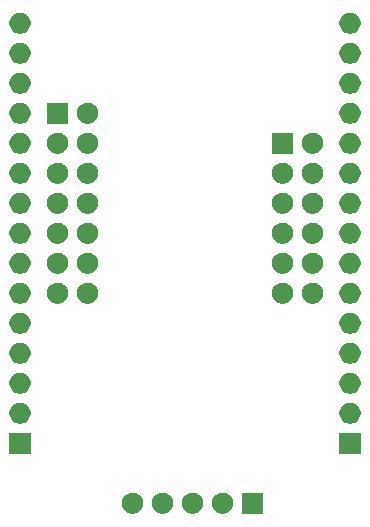
<source format=gts>
G04 #@! TF.GenerationSoftware,KiCad,Pcbnew,(5.1.5-0-10_14)*
G04 #@! TF.CreationDate,2020-01-09T22:03:08+09:00*
G04 #@! TF.ProjectId,Zigbee2MQTT,5a696762-6565-4324-9d51-54542e6b6963,rev?*
G04 #@! TF.SameCoordinates,Original*
G04 #@! TF.FileFunction,Soldermask,Top*
G04 #@! TF.FilePolarity,Negative*
%FSLAX46Y46*%
G04 Gerber Fmt 4.6, Leading zero omitted, Abs format (unit mm)*
G04 Created by KiCad (PCBNEW (5.1.5-0-10_14)) date 2020-01-09 22:03:08*
%MOMM*%
%LPD*%
G04 APERTURE LIST*
%ADD10C,0.100000*%
G04 APERTURE END LIST*
D10*
G36*
X146951000Y-115201000D02*
G01*
X145149000Y-115201000D01*
X145149000Y-113399000D01*
X146951000Y-113399000D01*
X146951000Y-115201000D01*
G37*
G36*
X143623512Y-113403927D02*
G01*
X143772812Y-113433624D01*
X143936784Y-113501544D01*
X144084354Y-113600147D01*
X144209853Y-113725646D01*
X144308456Y-113873216D01*
X144376376Y-114037188D01*
X144411000Y-114211259D01*
X144411000Y-114388741D01*
X144376376Y-114562812D01*
X144308456Y-114726784D01*
X144209853Y-114874354D01*
X144084354Y-114999853D01*
X143936784Y-115098456D01*
X143772812Y-115166376D01*
X143623512Y-115196073D01*
X143598742Y-115201000D01*
X143421258Y-115201000D01*
X143396488Y-115196073D01*
X143247188Y-115166376D01*
X143083216Y-115098456D01*
X142935646Y-114999853D01*
X142810147Y-114874354D01*
X142711544Y-114726784D01*
X142643624Y-114562812D01*
X142609000Y-114388741D01*
X142609000Y-114211259D01*
X142643624Y-114037188D01*
X142711544Y-113873216D01*
X142810147Y-113725646D01*
X142935646Y-113600147D01*
X143083216Y-113501544D01*
X143247188Y-113433624D01*
X143396488Y-113403927D01*
X143421258Y-113399000D01*
X143598742Y-113399000D01*
X143623512Y-113403927D01*
G37*
G36*
X141083512Y-113403927D02*
G01*
X141232812Y-113433624D01*
X141396784Y-113501544D01*
X141544354Y-113600147D01*
X141669853Y-113725646D01*
X141768456Y-113873216D01*
X141836376Y-114037188D01*
X141871000Y-114211259D01*
X141871000Y-114388741D01*
X141836376Y-114562812D01*
X141768456Y-114726784D01*
X141669853Y-114874354D01*
X141544354Y-114999853D01*
X141396784Y-115098456D01*
X141232812Y-115166376D01*
X141083512Y-115196073D01*
X141058742Y-115201000D01*
X140881258Y-115201000D01*
X140856488Y-115196073D01*
X140707188Y-115166376D01*
X140543216Y-115098456D01*
X140395646Y-114999853D01*
X140270147Y-114874354D01*
X140171544Y-114726784D01*
X140103624Y-114562812D01*
X140069000Y-114388741D01*
X140069000Y-114211259D01*
X140103624Y-114037188D01*
X140171544Y-113873216D01*
X140270147Y-113725646D01*
X140395646Y-113600147D01*
X140543216Y-113501544D01*
X140707188Y-113433624D01*
X140856488Y-113403927D01*
X140881258Y-113399000D01*
X141058742Y-113399000D01*
X141083512Y-113403927D01*
G37*
G36*
X138543512Y-113403927D02*
G01*
X138692812Y-113433624D01*
X138856784Y-113501544D01*
X139004354Y-113600147D01*
X139129853Y-113725646D01*
X139228456Y-113873216D01*
X139296376Y-114037188D01*
X139331000Y-114211259D01*
X139331000Y-114388741D01*
X139296376Y-114562812D01*
X139228456Y-114726784D01*
X139129853Y-114874354D01*
X139004354Y-114999853D01*
X138856784Y-115098456D01*
X138692812Y-115166376D01*
X138543512Y-115196073D01*
X138518742Y-115201000D01*
X138341258Y-115201000D01*
X138316488Y-115196073D01*
X138167188Y-115166376D01*
X138003216Y-115098456D01*
X137855646Y-114999853D01*
X137730147Y-114874354D01*
X137631544Y-114726784D01*
X137563624Y-114562812D01*
X137529000Y-114388741D01*
X137529000Y-114211259D01*
X137563624Y-114037188D01*
X137631544Y-113873216D01*
X137730147Y-113725646D01*
X137855646Y-113600147D01*
X138003216Y-113501544D01*
X138167188Y-113433624D01*
X138316488Y-113403927D01*
X138341258Y-113399000D01*
X138518742Y-113399000D01*
X138543512Y-113403927D01*
G37*
G36*
X136003512Y-113403927D02*
G01*
X136152812Y-113433624D01*
X136316784Y-113501544D01*
X136464354Y-113600147D01*
X136589853Y-113725646D01*
X136688456Y-113873216D01*
X136756376Y-114037188D01*
X136791000Y-114211259D01*
X136791000Y-114388741D01*
X136756376Y-114562812D01*
X136688456Y-114726784D01*
X136589853Y-114874354D01*
X136464354Y-114999853D01*
X136316784Y-115098456D01*
X136152812Y-115166376D01*
X136003512Y-115196073D01*
X135978742Y-115201000D01*
X135801258Y-115201000D01*
X135776488Y-115196073D01*
X135627188Y-115166376D01*
X135463216Y-115098456D01*
X135315646Y-114999853D01*
X135190147Y-114874354D01*
X135091544Y-114726784D01*
X135023624Y-114562812D01*
X134989000Y-114388741D01*
X134989000Y-114211259D01*
X135023624Y-114037188D01*
X135091544Y-113873216D01*
X135190147Y-113725646D01*
X135315646Y-113600147D01*
X135463216Y-113501544D01*
X135627188Y-113433624D01*
X135776488Y-113403927D01*
X135801258Y-113399000D01*
X135978742Y-113399000D01*
X136003512Y-113403927D01*
G37*
G36*
X127266000Y-110121000D02*
G01*
X125464000Y-110121000D01*
X125464000Y-108319000D01*
X127266000Y-108319000D01*
X127266000Y-110121000D01*
G37*
G36*
X155206000Y-110121000D02*
G01*
X153404000Y-110121000D01*
X153404000Y-108319000D01*
X155206000Y-108319000D01*
X155206000Y-110121000D01*
G37*
G36*
X126478512Y-105783927D02*
G01*
X126627812Y-105813624D01*
X126791784Y-105881544D01*
X126939354Y-105980147D01*
X127064853Y-106105646D01*
X127163456Y-106253216D01*
X127231376Y-106417188D01*
X127266000Y-106591259D01*
X127266000Y-106768741D01*
X127231376Y-106942812D01*
X127163456Y-107106784D01*
X127064853Y-107254354D01*
X126939354Y-107379853D01*
X126791784Y-107478456D01*
X126627812Y-107546376D01*
X126478512Y-107576073D01*
X126453742Y-107581000D01*
X126276258Y-107581000D01*
X126251488Y-107576073D01*
X126102188Y-107546376D01*
X125938216Y-107478456D01*
X125790646Y-107379853D01*
X125665147Y-107254354D01*
X125566544Y-107106784D01*
X125498624Y-106942812D01*
X125464000Y-106768741D01*
X125464000Y-106591259D01*
X125498624Y-106417188D01*
X125566544Y-106253216D01*
X125665147Y-106105646D01*
X125790646Y-105980147D01*
X125938216Y-105881544D01*
X126102188Y-105813624D01*
X126251488Y-105783927D01*
X126276258Y-105779000D01*
X126453742Y-105779000D01*
X126478512Y-105783927D01*
G37*
G36*
X154418512Y-105783927D02*
G01*
X154567812Y-105813624D01*
X154731784Y-105881544D01*
X154879354Y-105980147D01*
X155004853Y-106105646D01*
X155103456Y-106253216D01*
X155171376Y-106417188D01*
X155206000Y-106591259D01*
X155206000Y-106768741D01*
X155171376Y-106942812D01*
X155103456Y-107106784D01*
X155004853Y-107254354D01*
X154879354Y-107379853D01*
X154731784Y-107478456D01*
X154567812Y-107546376D01*
X154418512Y-107576073D01*
X154393742Y-107581000D01*
X154216258Y-107581000D01*
X154191488Y-107576073D01*
X154042188Y-107546376D01*
X153878216Y-107478456D01*
X153730646Y-107379853D01*
X153605147Y-107254354D01*
X153506544Y-107106784D01*
X153438624Y-106942812D01*
X153404000Y-106768741D01*
X153404000Y-106591259D01*
X153438624Y-106417188D01*
X153506544Y-106253216D01*
X153605147Y-106105646D01*
X153730646Y-105980147D01*
X153878216Y-105881544D01*
X154042188Y-105813624D01*
X154191488Y-105783927D01*
X154216258Y-105779000D01*
X154393742Y-105779000D01*
X154418512Y-105783927D01*
G37*
G36*
X126478512Y-103243927D02*
G01*
X126627812Y-103273624D01*
X126791784Y-103341544D01*
X126939354Y-103440147D01*
X127064853Y-103565646D01*
X127163456Y-103713216D01*
X127231376Y-103877188D01*
X127266000Y-104051259D01*
X127266000Y-104228741D01*
X127231376Y-104402812D01*
X127163456Y-104566784D01*
X127064853Y-104714354D01*
X126939354Y-104839853D01*
X126791784Y-104938456D01*
X126627812Y-105006376D01*
X126478512Y-105036073D01*
X126453742Y-105041000D01*
X126276258Y-105041000D01*
X126251488Y-105036073D01*
X126102188Y-105006376D01*
X125938216Y-104938456D01*
X125790646Y-104839853D01*
X125665147Y-104714354D01*
X125566544Y-104566784D01*
X125498624Y-104402812D01*
X125464000Y-104228741D01*
X125464000Y-104051259D01*
X125498624Y-103877188D01*
X125566544Y-103713216D01*
X125665147Y-103565646D01*
X125790646Y-103440147D01*
X125938216Y-103341544D01*
X126102188Y-103273624D01*
X126251488Y-103243927D01*
X126276258Y-103239000D01*
X126453742Y-103239000D01*
X126478512Y-103243927D01*
G37*
G36*
X154418512Y-103243927D02*
G01*
X154567812Y-103273624D01*
X154731784Y-103341544D01*
X154879354Y-103440147D01*
X155004853Y-103565646D01*
X155103456Y-103713216D01*
X155171376Y-103877188D01*
X155206000Y-104051259D01*
X155206000Y-104228741D01*
X155171376Y-104402812D01*
X155103456Y-104566784D01*
X155004853Y-104714354D01*
X154879354Y-104839853D01*
X154731784Y-104938456D01*
X154567812Y-105006376D01*
X154418512Y-105036073D01*
X154393742Y-105041000D01*
X154216258Y-105041000D01*
X154191488Y-105036073D01*
X154042188Y-105006376D01*
X153878216Y-104938456D01*
X153730646Y-104839853D01*
X153605147Y-104714354D01*
X153506544Y-104566784D01*
X153438624Y-104402812D01*
X153404000Y-104228741D01*
X153404000Y-104051259D01*
X153438624Y-103877188D01*
X153506544Y-103713216D01*
X153605147Y-103565646D01*
X153730646Y-103440147D01*
X153878216Y-103341544D01*
X154042188Y-103273624D01*
X154191488Y-103243927D01*
X154216258Y-103239000D01*
X154393742Y-103239000D01*
X154418512Y-103243927D01*
G37*
G36*
X154418512Y-100703927D02*
G01*
X154567812Y-100733624D01*
X154731784Y-100801544D01*
X154879354Y-100900147D01*
X155004853Y-101025646D01*
X155103456Y-101173216D01*
X155171376Y-101337188D01*
X155206000Y-101511259D01*
X155206000Y-101688741D01*
X155171376Y-101862812D01*
X155103456Y-102026784D01*
X155004853Y-102174354D01*
X154879354Y-102299853D01*
X154731784Y-102398456D01*
X154567812Y-102466376D01*
X154418512Y-102496073D01*
X154393742Y-102501000D01*
X154216258Y-102501000D01*
X154191488Y-102496073D01*
X154042188Y-102466376D01*
X153878216Y-102398456D01*
X153730646Y-102299853D01*
X153605147Y-102174354D01*
X153506544Y-102026784D01*
X153438624Y-101862812D01*
X153404000Y-101688741D01*
X153404000Y-101511259D01*
X153438624Y-101337188D01*
X153506544Y-101173216D01*
X153605147Y-101025646D01*
X153730646Y-100900147D01*
X153878216Y-100801544D01*
X154042188Y-100733624D01*
X154191488Y-100703927D01*
X154216258Y-100699000D01*
X154393742Y-100699000D01*
X154418512Y-100703927D01*
G37*
G36*
X126478512Y-100703927D02*
G01*
X126627812Y-100733624D01*
X126791784Y-100801544D01*
X126939354Y-100900147D01*
X127064853Y-101025646D01*
X127163456Y-101173216D01*
X127231376Y-101337188D01*
X127266000Y-101511259D01*
X127266000Y-101688741D01*
X127231376Y-101862812D01*
X127163456Y-102026784D01*
X127064853Y-102174354D01*
X126939354Y-102299853D01*
X126791784Y-102398456D01*
X126627812Y-102466376D01*
X126478512Y-102496073D01*
X126453742Y-102501000D01*
X126276258Y-102501000D01*
X126251488Y-102496073D01*
X126102188Y-102466376D01*
X125938216Y-102398456D01*
X125790646Y-102299853D01*
X125665147Y-102174354D01*
X125566544Y-102026784D01*
X125498624Y-101862812D01*
X125464000Y-101688741D01*
X125464000Y-101511259D01*
X125498624Y-101337188D01*
X125566544Y-101173216D01*
X125665147Y-101025646D01*
X125790646Y-100900147D01*
X125938216Y-100801544D01*
X126102188Y-100733624D01*
X126251488Y-100703927D01*
X126276258Y-100699000D01*
X126453742Y-100699000D01*
X126478512Y-100703927D01*
G37*
G36*
X154418512Y-98163927D02*
G01*
X154567812Y-98193624D01*
X154731784Y-98261544D01*
X154879354Y-98360147D01*
X155004853Y-98485646D01*
X155103456Y-98633216D01*
X155171376Y-98797188D01*
X155206000Y-98971259D01*
X155206000Y-99148741D01*
X155171376Y-99322812D01*
X155103456Y-99486784D01*
X155004853Y-99634354D01*
X154879354Y-99759853D01*
X154731784Y-99858456D01*
X154567812Y-99926376D01*
X154418512Y-99956073D01*
X154393742Y-99961000D01*
X154216258Y-99961000D01*
X154191488Y-99956073D01*
X154042188Y-99926376D01*
X153878216Y-99858456D01*
X153730646Y-99759853D01*
X153605147Y-99634354D01*
X153506544Y-99486784D01*
X153438624Y-99322812D01*
X153404000Y-99148741D01*
X153404000Y-98971259D01*
X153438624Y-98797188D01*
X153506544Y-98633216D01*
X153605147Y-98485646D01*
X153730646Y-98360147D01*
X153878216Y-98261544D01*
X154042188Y-98193624D01*
X154191488Y-98163927D01*
X154216258Y-98159000D01*
X154393742Y-98159000D01*
X154418512Y-98163927D01*
G37*
G36*
X126478512Y-98163927D02*
G01*
X126627812Y-98193624D01*
X126791784Y-98261544D01*
X126939354Y-98360147D01*
X127064853Y-98485646D01*
X127163456Y-98633216D01*
X127231376Y-98797188D01*
X127266000Y-98971259D01*
X127266000Y-99148741D01*
X127231376Y-99322812D01*
X127163456Y-99486784D01*
X127064853Y-99634354D01*
X126939354Y-99759853D01*
X126791784Y-99858456D01*
X126627812Y-99926376D01*
X126478512Y-99956073D01*
X126453742Y-99961000D01*
X126276258Y-99961000D01*
X126251488Y-99956073D01*
X126102188Y-99926376D01*
X125938216Y-99858456D01*
X125790646Y-99759853D01*
X125665147Y-99634354D01*
X125566544Y-99486784D01*
X125498624Y-99322812D01*
X125464000Y-99148741D01*
X125464000Y-98971259D01*
X125498624Y-98797188D01*
X125566544Y-98633216D01*
X125665147Y-98485646D01*
X125790646Y-98360147D01*
X125938216Y-98261544D01*
X126102188Y-98193624D01*
X126251488Y-98163927D01*
X126276258Y-98159000D01*
X126453742Y-98159000D01*
X126478512Y-98163927D01*
G37*
G36*
X151243512Y-95623927D02*
G01*
X151392812Y-95653624D01*
X151556784Y-95721544D01*
X151704354Y-95820147D01*
X151829853Y-95945646D01*
X151928456Y-96093216D01*
X151996376Y-96257188D01*
X152031000Y-96431259D01*
X152031000Y-96608741D01*
X151996376Y-96782812D01*
X151928456Y-96946784D01*
X151829853Y-97094354D01*
X151704354Y-97219853D01*
X151556784Y-97318456D01*
X151392812Y-97386376D01*
X151243512Y-97416073D01*
X151218742Y-97421000D01*
X151041258Y-97421000D01*
X151016488Y-97416073D01*
X150867188Y-97386376D01*
X150703216Y-97318456D01*
X150555646Y-97219853D01*
X150430147Y-97094354D01*
X150331544Y-96946784D01*
X150263624Y-96782812D01*
X150229000Y-96608741D01*
X150229000Y-96431259D01*
X150263624Y-96257188D01*
X150331544Y-96093216D01*
X150430147Y-95945646D01*
X150555646Y-95820147D01*
X150703216Y-95721544D01*
X150867188Y-95653624D01*
X151016488Y-95623927D01*
X151041258Y-95619000D01*
X151218742Y-95619000D01*
X151243512Y-95623927D01*
G37*
G36*
X154418512Y-95623927D02*
G01*
X154567812Y-95653624D01*
X154731784Y-95721544D01*
X154879354Y-95820147D01*
X155004853Y-95945646D01*
X155103456Y-96093216D01*
X155171376Y-96257188D01*
X155206000Y-96431259D01*
X155206000Y-96608741D01*
X155171376Y-96782812D01*
X155103456Y-96946784D01*
X155004853Y-97094354D01*
X154879354Y-97219853D01*
X154731784Y-97318456D01*
X154567812Y-97386376D01*
X154418512Y-97416073D01*
X154393742Y-97421000D01*
X154216258Y-97421000D01*
X154191488Y-97416073D01*
X154042188Y-97386376D01*
X153878216Y-97318456D01*
X153730646Y-97219853D01*
X153605147Y-97094354D01*
X153506544Y-96946784D01*
X153438624Y-96782812D01*
X153404000Y-96608741D01*
X153404000Y-96431259D01*
X153438624Y-96257188D01*
X153506544Y-96093216D01*
X153605147Y-95945646D01*
X153730646Y-95820147D01*
X153878216Y-95721544D01*
X154042188Y-95653624D01*
X154191488Y-95623927D01*
X154216258Y-95619000D01*
X154393742Y-95619000D01*
X154418512Y-95623927D01*
G37*
G36*
X148703512Y-95623927D02*
G01*
X148852812Y-95653624D01*
X149016784Y-95721544D01*
X149164354Y-95820147D01*
X149289853Y-95945646D01*
X149388456Y-96093216D01*
X149456376Y-96257188D01*
X149491000Y-96431259D01*
X149491000Y-96608741D01*
X149456376Y-96782812D01*
X149388456Y-96946784D01*
X149289853Y-97094354D01*
X149164354Y-97219853D01*
X149016784Y-97318456D01*
X148852812Y-97386376D01*
X148703512Y-97416073D01*
X148678742Y-97421000D01*
X148501258Y-97421000D01*
X148476488Y-97416073D01*
X148327188Y-97386376D01*
X148163216Y-97318456D01*
X148015646Y-97219853D01*
X147890147Y-97094354D01*
X147791544Y-96946784D01*
X147723624Y-96782812D01*
X147689000Y-96608741D01*
X147689000Y-96431259D01*
X147723624Y-96257188D01*
X147791544Y-96093216D01*
X147890147Y-95945646D01*
X148015646Y-95820147D01*
X148163216Y-95721544D01*
X148327188Y-95653624D01*
X148476488Y-95623927D01*
X148501258Y-95619000D01*
X148678742Y-95619000D01*
X148703512Y-95623927D01*
G37*
G36*
X132193512Y-95623927D02*
G01*
X132342812Y-95653624D01*
X132506784Y-95721544D01*
X132654354Y-95820147D01*
X132779853Y-95945646D01*
X132878456Y-96093216D01*
X132946376Y-96257188D01*
X132981000Y-96431259D01*
X132981000Y-96608741D01*
X132946376Y-96782812D01*
X132878456Y-96946784D01*
X132779853Y-97094354D01*
X132654354Y-97219853D01*
X132506784Y-97318456D01*
X132342812Y-97386376D01*
X132193512Y-97416073D01*
X132168742Y-97421000D01*
X131991258Y-97421000D01*
X131966488Y-97416073D01*
X131817188Y-97386376D01*
X131653216Y-97318456D01*
X131505646Y-97219853D01*
X131380147Y-97094354D01*
X131281544Y-96946784D01*
X131213624Y-96782812D01*
X131179000Y-96608741D01*
X131179000Y-96431259D01*
X131213624Y-96257188D01*
X131281544Y-96093216D01*
X131380147Y-95945646D01*
X131505646Y-95820147D01*
X131653216Y-95721544D01*
X131817188Y-95653624D01*
X131966488Y-95623927D01*
X131991258Y-95619000D01*
X132168742Y-95619000D01*
X132193512Y-95623927D01*
G37*
G36*
X126478512Y-95623927D02*
G01*
X126627812Y-95653624D01*
X126791784Y-95721544D01*
X126939354Y-95820147D01*
X127064853Y-95945646D01*
X127163456Y-96093216D01*
X127231376Y-96257188D01*
X127266000Y-96431259D01*
X127266000Y-96608741D01*
X127231376Y-96782812D01*
X127163456Y-96946784D01*
X127064853Y-97094354D01*
X126939354Y-97219853D01*
X126791784Y-97318456D01*
X126627812Y-97386376D01*
X126478512Y-97416073D01*
X126453742Y-97421000D01*
X126276258Y-97421000D01*
X126251488Y-97416073D01*
X126102188Y-97386376D01*
X125938216Y-97318456D01*
X125790646Y-97219853D01*
X125665147Y-97094354D01*
X125566544Y-96946784D01*
X125498624Y-96782812D01*
X125464000Y-96608741D01*
X125464000Y-96431259D01*
X125498624Y-96257188D01*
X125566544Y-96093216D01*
X125665147Y-95945646D01*
X125790646Y-95820147D01*
X125938216Y-95721544D01*
X126102188Y-95653624D01*
X126251488Y-95623927D01*
X126276258Y-95619000D01*
X126453742Y-95619000D01*
X126478512Y-95623927D01*
G37*
G36*
X129653512Y-95623927D02*
G01*
X129802812Y-95653624D01*
X129966784Y-95721544D01*
X130114354Y-95820147D01*
X130239853Y-95945646D01*
X130338456Y-96093216D01*
X130406376Y-96257188D01*
X130441000Y-96431259D01*
X130441000Y-96608741D01*
X130406376Y-96782812D01*
X130338456Y-96946784D01*
X130239853Y-97094354D01*
X130114354Y-97219853D01*
X129966784Y-97318456D01*
X129802812Y-97386376D01*
X129653512Y-97416073D01*
X129628742Y-97421000D01*
X129451258Y-97421000D01*
X129426488Y-97416073D01*
X129277188Y-97386376D01*
X129113216Y-97318456D01*
X128965646Y-97219853D01*
X128840147Y-97094354D01*
X128741544Y-96946784D01*
X128673624Y-96782812D01*
X128639000Y-96608741D01*
X128639000Y-96431259D01*
X128673624Y-96257188D01*
X128741544Y-96093216D01*
X128840147Y-95945646D01*
X128965646Y-95820147D01*
X129113216Y-95721544D01*
X129277188Y-95653624D01*
X129426488Y-95623927D01*
X129451258Y-95619000D01*
X129628742Y-95619000D01*
X129653512Y-95623927D01*
G37*
G36*
X126478512Y-93083927D02*
G01*
X126627812Y-93113624D01*
X126791784Y-93181544D01*
X126939354Y-93280147D01*
X127064853Y-93405646D01*
X127163456Y-93553216D01*
X127231376Y-93717188D01*
X127266000Y-93891259D01*
X127266000Y-94068741D01*
X127231376Y-94242812D01*
X127163456Y-94406784D01*
X127064853Y-94554354D01*
X126939354Y-94679853D01*
X126791784Y-94778456D01*
X126627812Y-94846376D01*
X126478512Y-94876073D01*
X126453742Y-94881000D01*
X126276258Y-94881000D01*
X126251488Y-94876073D01*
X126102188Y-94846376D01*
X125938216Y-94778456D01*
X125790646Y-94679853D01*
X125665147Y-94554354D01*
X125566544Y-94406784D01*
X125498624Y-94242812D01*
X125464000Y-94068741D01*
X125464000Y-93891259D01*
X125498624Y-93717188D01*
X125566544Y-93553216D01*
X125665147Y-93405646D01*
X125790646Y-93280147D01*
X125938216Y-93181544D01*
X126102188Y-93113624D01*
X126251488Y-93083927D01*
X126276258Y-93079000D01*
X126453742Y-93079000D01*
X126478512Y-93083927D01*
G37*
G36*
X129653512Y-93083927D02*
G01*
X129802812Y-93113624D01*
X129966784Y-93181544D01*
X130114354Y-93280147D01*
X130239853Y-93405646D01*
X130338456Y-93553216D01*
X130406376Y-93717188D01*
X130441000Y-93891259D01*
X130441000Y-94068741D01*
X130406376Y-94242812D01*
X130338456Y-94406784D01*
X130239853Y-94554354D01*
X130114354Y-94679853D01*
X129966784Y-94778456D01*
X129802812Y-94846376D01*
X129653512Y-94876073D01*
X129628742Y-94881000D01*
X129451258Y-94881000D01*
X129426488Y-94876073D01*
X129277188Y-94846376D01*
X129113216Y-94778456D01*
X128965646Y-94679853D01*
X128840147Y-94554354D01*
X128741544Y-94406784D01*
X128673624Y-94242812D01*
X128639000Y-94068741D01*
X128639000Y-93891259D01*
X128673624Y-93717188D01*
X128741544Y-93553216D01*
X128840147Y-93405646D01*
X128965646Y-93280147D01*
X129113216Y-93181544D01*
X129277188Y-93113624D01*
X129426488Y-93083927D01*
X129451258Y-93079000D01*
X129628742Y-93079000D01*
X129653512Y-93083927D01*
G37*
G36*
X132193512Y-93083927D02*
G01*
X132342812Y-93113624D01*
X132506784Y-93181544D01*
X132654354Y-93280147D01*
X132779853Y-93405646D01*
X132878456Y-93553216D01*
X132946376Y-93717188D01*
X132981000Y-93891259D01*
X132981000Y-94068741D01*
X132946376Y-94242812D01*
X132878456Y-94406784D01*
X132779853Y-94554354D01*
X132654354Y-94679853D01*
X132506784Y-94778456D01*
X132342812Y-94846376D01*
X132193512Y-94876073D01*
X132168742Y-94881000D01*
X131991258Y-94881000D01*
X131966488Y-94876073D01*
X131817188Y-94846376D01*
X131653216Y-94778456D01*
X131505646Y-94679853D01*
X131380147Y-94554354D01*
X131281544Y-94406784D01*
X131213624Y-94242812D01*
X131179000Y-94068741D01*
X131179000Y-93891259D01*
X131213624Y-93717188D01*
X131281544Y-93553216D01*
X131380147Y-93405646D01*
X131505646Y-93280147D01*
X131653216Y-93181544D01*
X131817188Y-93113624D01*
X131966488Y-93083927D01*
X131991258Y-93079000D01*
X132168742Y-93079000D01*
X132193512Y-93083927D01*
G37*
G36*
X154418512Y-93083927D02*
G01*
X154567812Y-93113624D01*
X154731784Y-93181544D01*
X154879354Y-93280147D01*
X155004853Y-93405646D01*
X155103456Y-93553216D01*
X155171376Y-93717188D01*
X155206000Y-93891259D01*
X155206000Y-94068741D01*
X155171376Y-94242812D01*
X155103456Y-94406784D01*
X155004853Y-94554354D01*
X154879354Y-94679853D01*
X154731784Y-94778456D01*
X154567812Y-94846376D01*
X154418512Y-94876073D01*
X154393742Y-94881000D01*
X154216258Y-94881000D01*
X154191488Y-94876073D01*
X154042188Y-94846376D01*
X153878216Y-94778456D01*
X153730646Y-94679853D01*
X153605147Y-94554354D01*
X153506544Y-94406784D01*
X153438624Y-94242812D01*
X153404000Y-94068741D01*
X153404000Y-93891259D01*
X153438624Y-93717188D01*
X153506544Y-93553216D01*
X153605147Y-93405646D01*
X153730646Y-93280147D01*
X153878216Y-93181544D01*
X154042188Y-93113624D01*
X154191488Y-93083927D01*
X154216258Y-93079000D01*
X154393742Y-93079000D01*
X154418512Y-93083927D01*
G37*
G36*
X151243512Y-93083927D02*
G01*
X151392812Y-93113624D01*
X151556784Y-93181544D01*
X151704354Y-93280147D01*
X151829853Y-93405646D01*
X151928456Y-93553216D01*
X151996376Y-93717188D01*
X152031000Y-93891259D01*
X152031000Y-94068741D01*
X151996376Y-94242812D01*
X151928456Y-94406784D01*
X151829853Y-94554354D01*
X151704354Y-94679853D01*
X151556784Y-94778456D01*
X151392812Y-94846376D01*
X151243512Y-94876073D01*
X151218742Y-94881000D01*
X151041258Y-94881000D01*
X151016488Y-94876073D01*
X150867188Y-94846376D01*
X150703216Y-94778456D01*
X150555646Y-94679853D01*
X150430147Y-94554354D01*
X150331544Y-94406784D01*
X150263624Y-94242812D01*
X150229000Y-94068741D01*
X150229000Y-93891259D01*
X150263624Y-93717188D01*
X150331544Y-93553216D01*
X150430147Y-93405646D01*
X150555646Y-93280147D01*
X150703216Y-93181544D01*
X150867188Y-93113624D01*
X151016488Y-93083927D01*
X151041258Y-93079000D01*
X151218742Y-93079000D01*
X151243512Y-93083927D01*
G37*
G36*
X148703512Y-93083927D02*
G01*
X148852812Y-93113624D01*
X149016784Y-93181544D01*
X149164354Y-93280147D01*
X149289853Y-93405646D01*
X149388456Y-93553216D01*
X149456376Y-93717188D01*
X149491000Y-93891259D01*
X149491000Y-94068741D01*
X149456376Y-94242812D01*
X149388456Y-94406784D01*
X149289853Y-94554354D01*
X149164354Y-94679853D01*
X149016784Y-94778456D01*
X148852812Y-94846376D01*
X148703512Y-94876073D01*
X148678742Y-94881000D01*
X148501258Y-94881000D01*
X148476488Y-94876073D01*
X148327188Y-94846376D01*
X148163216Y-94778456D01*
X148015646Y-94679853D01*
X147890147Y-94554354D01*
X147791544Y-94406784D01*
X147723624Y-94242812D01*
X147689000Y-94068741D01*
X147689000Y-93891259D01*
X147723624Y-93717188D01*
X147791544Y-93553216D01*
X147890147Y-93405646D01*
X148015646Y-93280147D01*
X148163216Y-93181544D01*
X148327188Y-93113624D01*
X148476488Y-93083927D01*
X148501258Y-93079000D01*
X148678742Y-93079000D01*
X148703512Y-93083927D01*
G37*
G36*
X148703512Y-90543927D02*
G01*
X148852812Y-90573624D01*
X149016784Y-90641544D01*
X149164354Y-90740147D01*
X149289853Y-90865646D01*
X149388456Y-91013216D01*
X149456376Y-91177188D01*
X149491000Y-91351259D01*
X149491000Y-91528741D01*
X149456376Y-91702812D01*
X149388456Y-91866784D01*
X149289853Y-92014354D01*
X149164354Y-92139853D01*
X149016784Y-92238456D01*
X148852812Y-92306376D01*
X148703512Y-92336073D01*
X148678742Y-92341000D01*
X148501258Y-92341000D01*
X148476488Y-92336073D01*
X148327188Y-92306376D01*
X148163216Y-92238456D01*
X148015646Y-92139853D01*
X147890147Y-92014354D01*
X147791544Y-91866784D01*
X147723624Y-91702812D01*
X147689000Y-91528741D01*
X147689000Y-91351259D01*
X147723624Y-91177188D01*
X147791544Y-91013216D01*
X147890147Y-90865646D01*
X148015646Y-90740147D01*
X148163216Y-90641544D01*
X148327188Y-90573624D01*
X148476488Y-90543927D01*
X148501258Y-90539000D01*
X148678742Y-90539000D01*
X148703512Y-90543927D01*
G37*
G36*
X129653512Y-90543927D02*
G01*
X129802812Y-90573624D01*
X129966784Y-90641544D01*
X130114354Y-90740147D01*
X130239853Y-90865646D01*
X130338456Y-91013216D01*
X130406376Y-91177188D01*
X130441000Y-91351259D01*
X130441000Y-91528741D01*
X130406376Y-91702812D01*
X130338456Y-91866784D01*
X130239853Y-92014354D01*
X130114354Y-92139853D01*
X129966784Y-92238456D01*
X129802812Y-92306376D01*
X129653512Y-92336073D01*
X129628742Y-92341000D01*
X129451258Y-92341000D01*
X129426488Y-92336073D01*
X129277188Y-92306376D01*
X129113216Y-92238456D01*
X128965646Y-92139853D01*
X128840147Y-92014354D01*
X128741544Y-91866784D01*
X128673624Y-91702812D01*
X128639000Y-91528741D01*
X128639000Y-91351259D01*
X128673624Y-91177188D01*
X128741544Y-91013216D01*
X128840147Y-90865646D01*
X128965646Y-90740147D01*
X129113216Y-90641544D01*
X129277188Y-90573624D01*
X129426488Y-90543927D01*
X129451258Y-90539000D01*
X129628742Y-90539000D01*
X129653512Y-90543927D01*
G37*
G36*
X126478512Y-90543927D02*
G01*
X126627812Y-90573624D01*
X126791784Y-90641544D01*
X126939354Y-90740147D01*
X127064853Y-90865646D01*
X127163456Y-91013216D01*
X127231376Y-91177188D01*
X127266000Y-91351259D01*
X127266000Y-91528741D01*
X127231376Y-91702812D01*
X127163456Y-91866784D01*
X127064853Y-92014354D01*
X126939354Y-92139853D01*
X126791784Y-92238456D01*
X126627812Y-92306376D01*
X126478512Y-92336073D01*
X126453742Y-92341000D01*
X126276258Y-92341000D01*
X126251488Y-92336073D01*
X126102188Y-92306376D01*
X125938216Y-92238456D01*
X125790646Y-92139853D01*
X125665147Y-92014354D01*
X125566544Y-91866784D01*
X125498624Y-91702812D01*
X125464000Y-91528741D01*
X125464000Y-91351259D01*
X125498624Y-91177188D01*
X125566544Y-91013216D01*
X125665147Y-90865646D01*
X125790646Y-90740147D01*
X125938216Y-90641544D01*
X126102188Y-90573624D01*
X126251488Y-90543927D01*
X126276258Y-90539000D01*
X126453742Y-90539000D01*
X126478512Y-90543927D01*
G37*
G36*
X151243512Y-90543927D02*
G01*
X151392812Y-90573624D01*
X151556784Y-90641544D01*
X151704354Y-90740147D01*
X151829853Y-90865646D01*
X151928456Y-91013216D01*
X151996376Y-91177188D01*
X152031000Y-91351259D01*
X152031000Y-91528741D01*
X151996376Y-91702812D01*
X151928456Y-91866784D01*
X151829853Y-92014354D01*
X151704354Y-92139853D01*
X151556784Y-92238456D01*
X151392812Y-92306376D01*
X151243512Y-92336073D01*
X151218742Y-92341000D01*
X151041258Y-92341000D01*
X151016488Y-92336073D01*
X150867188Y-92306376D01*
X150703216Y-92238456D01*
X150555646Y-92139853D01*
X150430147Y-92014354D01*
X150331544Y-91866784D01*
X150263624Y-91702812D01*
X150229000Y-91528741D01*
X150229000Y-91351259D01*
X150263624Y-91177188D01*
X150331544Y-91013216D01*
X150430147Y-90865646D01*
X150555646Y-90740147D01*
X150703216Y-90641544D01*
X150867188Y-90573624D01*
X151016488Y-90543927D01*
X151041258Y-90539000D01*
X151218742Y-90539000D01*
X151243512Y-90543927D01*
G37*
G36*
X132193512Y-90543927D02*
G01*
X132342812Y-90573624D01*
X132506784Y-90641544D01*
X132654354Y-90740147D01*
X132779853Y-90865646D01*
X132878456Y-91013216D01*
X132946376Y-91177188D01*
X132981000Y-91351259D01*
X132981000Y-91528741D01*
X132946376Y-91702812D01*
X132878456Y-91866784D01*
X132779853Y-92014354D01*
X132654354Y-92139853D01*
X132506784Y-92238456D01*
X132342812Y-92306376D01*
X132193512Y-92336073D01*
X132168742Y-92341000D01*
X131991258Y-92341000D01*
X131966488Y-92336073D01*
X131817188Y-92306376D01*
X131653216Y-92238456D01*
X131505646Y-92139853D01*
X131380147Y-92014354D01*
X131281544Y-91866784D01*
X131213624Y-91702812D01*
X131179000Y-91528741D01*
X131179000Y-91351259D01*
X131213624Y-91177188D01*
X131281544Y-91013216D01*
X131380147Y-90865646D01*
X131505646Y-90740147D01*
X131653216Y-90641544D01*
X131817188Y-90573624D01*
X131966488Y-90543927D01*
X131991258Y-90539000D01*
X132168742Y-90539000D01*
X132193512Y-90543927D01*
G37*
G36*
X154418512Y-90543927D02*
G01*
X154567812Y-90573624D01*
X154731784Y-90641544D01*
X154879354Y-90740147D01*
X155004853Y-90865646D01*
X155103456Y-91013216D01*
X155171376Y-91177188D01*
X155206000Y-91351259D01*
X155206000Y-91528741D01*
X155171376Y-91702812D01*
X155103456Y-91866784D01*
X155004853Y-92014354D01*
X154879354Y-92139853D01*
X154731784Y-92238456D01*
X154567812Y-92306376D01*
X154418512Y-92336073D01*
X154393742Y-92341000D01*
X154216258Y-92341000D01*
X154191488Y-92336073D01*
X154042188Y-92306376D01*
X153878216Y-92238456D01*
X153730646Y-92139853D01*
X153605147Y-92014354D01*
X153506544Y-91866784D01*
X153438624Y-91702812D01*
X153404000Y-91528741D01*
X153404000Y-91351259D01*
X153438624Y-91177188D01*
X153506544Y-91013216D01*
X153605147Y-90865646D01*
X153730646Y-90740147D01*
X153878216Y-90641544D01*
X154042188Y-90573624D01*
X154191488Y-90543927D01*
X154216258Y-90539000D01*
X154393742Y-90539000D01*
X154418512Y-90543927D01*
G37*
G36*
X129653512Y-88003927D02*
G01*
X129802812Y-88033624D01*
X129966784Y-88101544D01*
X130114354Y-88200147D01*
X130239853Y-88325646D01*
X130338456Y-88473216D01*
X130406376Y-88637188D01*
X130441000Y-88811259D01*
X130441000Y-88988741D01*
X130406376Y-89162812D01*
X130338456Y-89326784D01*
X130239853Y-89474354D01*
X130114354Y-89599853D01*
X129966784Y-89698456D01*
X129802812Y-89766376D01*
X129653512Y-89796073D01*
X129628742Y-89801000D01*
X129451258Y-89801000D01*
X129426488Y-89796073D01*
X129277188Y-89766376D01*
X129113216Y-89698456D01*
X128965646Y-89599853D01*
X128840147Y-89474354D01*
X128741544Y-89326784D01*
X128673624Y-89162812D01*
X128639000Y-88988741D01*
X128639000Y-88811259D01*
X128673624Y-88637188D01*
X128741544Y-88473216D01*
X128840147Y-88325646D01*
X128965646Y-88200147D01*
X129113216Y-88101544D01*
X129277188Y-88033624D01*
X129426488Y-88003927D01*
X129451258Y-87999000D01*
X129628742Y-87999000D01*
X129653512Y-88003927D01*
G37*
G36*
X154418512Y-88003927D02*
G01*
X154567812Y-88033624D01*
X154731784Y-88101544D01*
X154879354Y-88200147D01*
X155004853Y-88325646D01*
X155103456Y-88473216D01*
X155171376Y-88637188D01*
X155206000Y-88811259D01*
X155206000Y-88988741D01*
X155171376Y-89162812D01*
X155103456Y-89326784D01*
X155004853Y-89474354D01*
X154879354Y-89599853D01*
X154731784Y-89698456D01*
X154567812Y-89766376D01*
X154418512Y-89796073D01*
X154393742Y-89801000D01*
X154216258Y-89801000D01*
X154191488Y-89796073D01*
X154042188Y-89766376D01*
X153878216Y-89698456D01*
X153730646Y-89599853D01*
X153605147Y-89474354D01*
X153506544Y-89326784D01*
X153438624Y-89162812D01*
X153404000Y-88988741D01*
X153404000Y-88811259D01*
X153438624Y-88637188D01*
X153506544Y-88473216D01*
X153605147Y-88325646D01*
X153730646Y-88200147D01*
X153878216Y-88101544D01*
X154042188Y-88033624D01*
X154191488Y-88003927D01*
X154216258Y-87999000D01*
X154393742Y-87999000D01*
X154418512Y-88003927D01*
G37*
G36*
X151243512Y-88003927D02*
G01*
X151392812Y-88033624D01*
X151556784Y-88101544D01*
X151704354Y-88200147D01*
X151829853Y-88325646D01*
X151928456Y-88473216D01*
X151996376Y-88637188D01*
X152031000Y-88811259D01*
X152031000Y-88988741D01*
X151996376Y-89162812D01*
X151928456Y-89326784D01*
X151829853Y-89474354D01*
X151704354Y-89599853D01*
X151556784Y-89698456D01*
X151392812Y-89766376D01*
X151243512Y-89796073D01*
X151218742Y-89801000D01*
X151041258Y-89801000D01*
X151016488Y-89796073D01*
X150867188Y-89766376D01*
X150703216Y-89698456D01*
X150555646Y-89599853D01*
X150430147Y-89474354D01*
X150331544Y-89326784D01*
X150263624Y-89162812D01*
X150229000Y-88988741D01*
X150229000Y-88811259D01*
X150263624Y-88637188D01*
X150331544Y-88473216D01*
X150430147Y-88325646D01*
X150555646Y-88200147D01*
X150703216Y-88101544D01*
X150867188Y-88033624D01*
X151016488Y-88003927D01*
X151041258Y-87999000D01*
X151218742Y-87999000D01*
X151243512Y-88003927D01*
G37*
G36*
X148703512Y-88003927D02*
G01*
X148852812Y-88033624D01*
X149016784Y-88101544D01*
X149164354Y-88200147D01*
X149289853Y-88325646D01*
X149388456Y-88473216D01*
X149456376Y-88637188D01*
X149491000Y-88811259D01*
X149491000Y-88988741D01*
X149456376Y-89162812D01*
X149388456Y-89326784D01*
X149289853Y-89474354D01*
X149164354Y-89599853D01*
X149016784Y-89698456D01*
X148852812Y-89766376D01*
X148703512Y-89796073D01*
X148678742Y-89801000D01*
X148501258Y-89801000D01*
X148476488Y-89796073D01*
X148327188Y-89766376D01*
X148163216Y-89698456D01*
X148015646Y-89599853D01*
X147890147Y-89474354D01*
X147791544Y-89326784D01*
X147723624Y-89162812D01*
X147689000Y-88988741D01*
X147689000Y-88811259D01*
X147723624Y-88637188D01*
X147791544Y-88473216D01*
X147890147Y-88325646D01*
X148015646Y-88200147D01*
X148163216Y-88101544D01*
X148327188Y-88033624D01*
X148476488Y-88003927D01*
X148501258Y-87999000D01*
X148678742Y-87999000D01*
X148703512Y-88003927D01*
G37*
G36*
X132193512Y-88003927D02*
G01*
X132342812Y-88033624D01*
X132506784Y-88101544D01*
X132654354Y-88200147D01*
X132779853Y-88325646D01*
X132878456Y-88473216D01*
X132946376Y-88637188D01*
X132981000Y-88811259D01*
X132981000Y-88988741D01*
X132946376Y-89162812D01*
X132878456Y-89326784D01*
X132779853Y-89474354D01*
X132654354Y-89599853D01*
X132506784Y-89698456D01*
X132342812Y-89766376D01*
X132193512Y-89796073D01*
X132168742Y-89801000D01*
X131991258Y-89801000D01*
X131966488Y-89796073D01*
X131817188Y-89766376D01*
X131653216Y-89698456D01*
X131505646Y-89599853D01*
X131380147Y-89474354D01*
X131281544Y-89326784D01*
X131213624Y-89162812D01*
X131179000Y-88988741D01*
X131179000Y-88811259D01*
X131213624Y-88637188D01*
X131281544Y-88473216D01*
X131380147Y-88325646D01*
X131505646Y-88200147D01*
X131653216Y-88101544D01*
X131817188Y-88033624D01*
X131966488Y-88003927D01*
X131991258Y-87999000D01*
X132168742Y-87999000D01*
X132193512Y-88003927D01*
G37*
G36*
X126478512Y-88003927D02*
G01*
X126627812Y-88033624D01*
X126791784Y-88101544D01*
X126939354Y-88200147D01*
X127064853Y-88325646D01*
X127163456Y-88473216D01*
X127231376Y-88637188D01*
X127266000Y-88811259D01*
X127266000Y-88988741D01*
X127231376Y-89162812D01*
X127163456Y-89326784D01*
X127064853Y-89474354D01*
X126939354Y-89599853D01*
X126791784Y-89698456D01*
X126627812Y-89766376D01*
X126478512Y-89796073D01*
X126453742Y-89801000D01*
X126276258Y-89801000D01*
X126251488Y-89796073D01*
X126102188Y-89766376D01*
X125938216Y-89698456D01*
X125790646Y-89599853D01*
X125665147Y-89474354D01*
X125566544Y-89326784D01*
X125498624Y-89162812D01*
X125464000Y-88988741D01*
X125464000Y-88811259D01*
X125498624Y-88637188D01*
X125566544Y-88473216D01*
X125665147Y-88325646D01*
X125790646Y-88200147D01*
X125938216Y-88101544D01*
X126102188Y-88033624D01*
X126251488Y-88003927D01*
X126276258Y-87999000D01*
X126453742Y-87999000D01*
X126478512Y-88003927D01*
G37*
G36*
X132193512Y-85463927D02*
G01*
X132342812Y-85493624D01*
X132506784Y-85561544D01*
X132654354Y-85660147D01*
X132779853Y-85785646D01*
X132878456Y-85933216D01*
X132946376Y-86097188D01*
X132981000Y-86271259D01*
X132981000Y-86448741D01*
X132946376Y-86622812D01*
X132878456Y-86786784D01*
X132779853Y-86934354D01*
X132654354Y-87059853D01*
X132506784Y-87158456D01*
X132342812Y-87226376D01*
X132193512Y-87256073D01*
X132168742Y-87261000D01*
X131991258Y-87261000D01*
X131966488Y-87256073D01*
X131817188Y-87226376D01*
X131653216Y-87158456D01*
X131505646Y-87059853D01*
X131380147Y-86934354D01*
X131281544Y-86786784D01*
X131213624Y-86622812D01*
X131179000Y-86448741D01*
X131179000Y-86271259D01*
X131213624Y-86097188D01*
X131281544Y-85933216D01*
X131380147Y-85785646D01*
X131505646Y-85660147D01*
X131653216Y-85561544D01*
X131817188Y-85493624D01*
X131966488Y-85463927D01*
X131991258Y-85459000D01*
X132168742Y-85459000D01*
X132193512Y-85463927D01*
G37*
G36*
X129653512Y-85463927D02*
G01*
X129802812Y-85493624D01*
X129966784Y-85561544D01*
X130114354Y-85660147D01*
X130239853Y-85785646D01*
X130338456Y-85933216D01*
X130406376Y-86097188D01*
X130441000Y-86271259D01*
X130441000Y-86448741D01*
X130406376Y-86622812D01*
X130338456Y-86786784D01*
X130239853Y-86934354D01*
X130114354Y-87059853D01*
X129966784Y-87158456D01*
X129802812Y-87226376D01*
X129653512Y-87256073D01*
X129628742Y-87261000D01*
X129451258Y-87261000D01*
X129426488Y-87256073D01*
X129277188Y-87226376D01*
X129113216Y-87158456D01*
X128965646Y-87059853D01*
X128840147Y-86934354D01*
X128741544Y-86786784D01*
X128673624Y-86622812D01*
X128639000Y-86448741D01*
X128639000Y-86271259D01*
X128673624Y-86097188D01*
X128741544Y-85933216D01*
X128840147Y-85785646D01*
X128965646Y-85660147D01*
X129113216Y-85561544D01*
X129277188Y-85493624D01*
X129426488Y-85463927D01*
X129451258Y-85459000D01*
X129628742Y-85459000D01*
X129653512Y-85463927D01*
G37*
G36*
X126478512Y-85463927D02*
G01*
X126627812Y-85493624D01*
X126791784Y-85561544D01*
X126939354Y-85660147D01*
X127064853Y-85785646D01*
X127163456Y-85933216D01*
X127231376Y-86097188D01*
X127266000Y-86271259D01*
X127266000Y-86448741D01*
X127231376Y-86622812D01*
X127163456Y-86786784D01*
X127064853Y-86934354D01*
X126939354Y-87059853D01*
X126791784Y-87158456D01*
X126627812Y-87226376D01*
X126478512Y-87256073D01*
X126453742Y-87261000D01*
X126276258Y-87261000D01*
X126251488Y-87256073D01*
X126102188Y-87226376D01*
X125938216Y-87158456D01*
X125790646Y-87059853D01*
X125665147Y-86934354D01*
X125566544Y-86786784D01*
X125498624Y-86622812D01*
X125464000Y-86448741D01*
X125464000Y-86271259D01*
X125498624Y-86097188D01*
X125566544Y-85933216D01*
X125665147Y-85785646D01*
X125790646Y-85660147D01*
X125938216Y-85561544D01*
X126102188Y-85493624D01*
X126251488Y-85463927D01*
X126276258Y-85459000D01*
X126453742Y-85459000D01*
X126478512Y-85463927D01*
G37*
G36*
X148703512Y-85463927D02*
G01*
X148852812Y-85493624D01*
X149016784Y-85561544D01*
X149164354Y-85660147D01*
X149289853Y-85785646D01*
X149388456Y-85933216D01*
X149456376Y-86097188D01*
X149491000Y-86271259D01*
X149491000Y-86448741D01*
X149456376Y-86622812D01*
X149388456Y-86786784D01*
X149289853Y-86934354D01*
X149164354Y-87059853D01*
X149016784Y-87158456D01*
X148852812Y-87226376D01*
X148703512Y-87256073D01*
X148678742Y-87261000D01*
X148501258Y-87261000D01*
X148476488Y-87256073D01*
X148327188Y-87226376D01*
X148163216Y-87158456D01*
X148015646Y-87059853D01*
X147890147Y-86934354D01*
X147791544Y-86786784D01*
X147723624Y-86622812D01*
X147689000Y-86448741D01*
X147689000Y-86271259D01*
X147723624Y-86097188D01*
X147791544Y-85933216D01*
X147890147Y-85785646D01*
X148015646Y-85660147D01*
X148163216Y-85561544D01*
X148327188Y-85493624D01*
X148476488Y-85463927D01*
X148501258Y-85459000D01*
X148678742Y-85459000D01*
X148703512Y-85463927D01*
G37*
G36*
X151243512Y-85463927D02*
G01*
X151392812Y-85493624D01*
X151556784Y-85561544D01*
X151704354Y-85660147D01*
X151829853Y-85785646D01*
X151928456Y-85933216D01*
X151996376Y-86097188D01*
X152031000Y-86271259D01*
X152031000Y-86448741D01*
X151996376Y-86622812D01*
X151928456Y-86786784D01*
X151829853Y-86934354D01*
X151704354Y-87059853D01*
X151556784Y-87158456D01*
X151392812Y-87226376D01*
X151243512Y-87256073D01*
X151218742Y-87261000D01*
X151041258Y-87261000D01*
X151016488Y-87256073D01*
X150867188Y-87226376D01*
X150703216Y-87158456D01*
X150555646Y-87059853D01*
X150430147Y-86934354D01*
X150331544Y-86786784D01*
X150263624Y-86622812D01*
X150229000Y-86448741D01*
X150229000Y-86271259D01*
X150263624Y-86097188D01*
X150331544Y-85933216D01*
X150430147Y-85785646D01*
X150555646Y-85660147D01*
X150703216Y-85561544D01*
X150867188Y-85493624D01*
X151016488Y-85463927D01*
X151041258Y-85459000D01*
X151218742Y-85459000D01*
X151243512Y-85463927D01*
G37*
G36*
X154418512Y-85463927D02*
G01*
X154567812Y-85493624D01*
X154731784Y-85561544D01*
X154879354Y-85660147D01*
X155004853Y-85785646D01*
X155103456Y-85933216D01*
X155171376Y-86097188D01*
X155206000Y-86271259D01*
X155206000Y-86448741D01*
X155171376Y-86622812D01*
X155103456Y-86786784D01*
X155004853Y-86934354D01*
X154879354Y-87059853D01*
X154731784Y-87158456D01*
X154567812Y-87226376D01*
X154418512Y-87256073D01*
X154393742Y-87261000D01*
X154216258Y-87261000D01*
X154191488Y-87256073D01*
X154042188Y-87226376D01*
X153878216Y-87158456D01*
X153730646Y-87059853D01*
X153605147Y-86934354D01*
X153506544Y-86786784D01*
X153438624Y-86622812D01*
X153404000Y-86448741D01*
X153404000Y-86271259D01*
X153438624Y-86097188D01*
X153506544Y-85933216D01*
X153605147Y-85785646D01*
X153730646Y-85660147D01*
X153878216Y-85561544D01*
X154042188Y-85493624D01*
X154191488Y-85463927D01*
X154216258Y-85459000D01*
X154393742Y-85459000D01*
X154418512Y-85463927D01*
G37*
G36*
X154418512Y-82923927D02*
G01*
X154567812Y-82953624D01*
X154731784Y-83021544D01*
X154879354Y-83120147D01*
X155004853Y-83245646D01*
X155103456Y-83393216D01*
X155171376Y-83557188D01*
X155206000Y-83731259D01*
X155206000Y-83908741D01*
X155171376Y-84082812D01*
X155103456Y-84246784D01*
X155004853Y-84394354D01*
X154879354Y-84519853D01*
X154731784Y-84618456D01*
X154567812Y-84686376D01*
X154418512Y-84716073D01*
X154393742Y-84721000D01*
X154216258Y-84721000D01*
X154191488Y-84716073D01*
X154042188Y-84686376D01*
X153878216Y-84618456D01*
X153730646Y-84519853D01*
X153605147Y-84394354D01*
X153506544Y-84246784D01*
X153438624Y-84082812D01*
X153404000Y-83908741D01*
X153404000Y-83731259D01*
X153438624Y-83557188D01*
X153506544Y-83393216D01*
X153605147Y-83245646D01*
X153730646Y-83120147D01*
X153878216Y-83021544D01*
X154042188Y-82953624D01*
X154191488Y-82923927D01*
X154216258Y-82919000D01*
X154393742Y-82919000D01*
X154418512Y-82923927D01*
G37*
G36*
X132193512Y-82923927D02*
G01*
X132342812Y-82953624D01*
X132506784Y-83021544D01*
X132654354Y-83120147D01*
X132779853Y-83245646D01*
X132878456Y-83393216D01*
X132946376Y-83557188D01*
X132981000Y-83731259D01*
X132981000Y-83908741D01*
X132946376Y-84082812D01*
X132878456Y-84246784D01*
X132779853Y-84394354D01*
X132654354Y-84519853D01*
X132506784Y-84618456D01*
X132342812Y-84686376D01*
X132193512Y-84716073D01*
X132168742Y-84721000D01*
X131991258Y-84721000D01*
X131966488Y-84716073D01*
X131817188Y-84686376D01*
X131653216Y-84618456D01*
X131505646Y-84519853D01*
X131380147Y-84394354D01*
X131281544Y-84246784D01*
X131213624Y-84082812D01*
X131179000Y-83908741D01*
X131179000Y-83731259D01*
X131213624Y-83557188D01*
X131281544Y-83393216D01*
X131380147Y-83245646D01*
X131505646Y-83120147D01*
X131653216Y-83021544D01*
X131817188Y-82953624D01*
X131966488Y-82923927D01*
X131991258Y-82919000D01*
X132168742Y-82919000D01*
X132193512Y-82923927D01*
G37*
G36*
X126478512Y-82923927D02*
G01*
X126627812Y-82953624D01*
X126791784Y-83021544D01*
X126939354Y-83120147D01*
X127064853Y-83245646D01*
X127163456Y-83393216D01*
X127231376Y-83557188D01*
X127266000Y-83731259D01*
X127266000Y-83908741D01*
X127231376Y-84082812D01*
X127163456Y-84246784D01*
X127064853Y-84394354D01*
X126939354Y-84519853D01*
X126791784Y-84618456D01*
X126627812Y-84686376D01*
X126478512Y-84716073D01*
X126453742Y-84721000D01*
X126276258Y-84721000D01*
X126251488Y-84716073D01*
X126102188Y-84686376D01*
X125938216Y-84618456D01*
X125790646Y-84519853D01*
X125665147Y-84394354D01*
X125566544Y-84246784D01*
X125498624Y-84082812D01*
X125464000Y-83908741D01*
X125464000Y-83731259D01*
X125498624Y-83557188D01*
X125566544Y-83393216D01*
X125665147Y-83245646D01*
X125790646Y-83120147D01*
X125938216Y-83021544D01*
X126102188Y-82953624D01*
X126251488Y-82923927D01*
X126276258Y-82919000D01*
X126453742Y-82919000D01*
X126478512Y-82923927D01*
G37*
G36*
X129653512Y-82923927D02*
G01*
X129802812Y-82953624D01*
X129966784Y-83021544D01*
X130114354Y-83120147D01*
X130239853Y-83245646D01*
X130338456Y-83393216D01*
X130406376Y-83557188D01*
X130441000Y-83731259D01*
X130441000Y-83908741D01*
X130406376Y-84082812D01*
X130338456Y-84246784D01*
X130239853Y-84394354D01*
X130114354Y-84519853D01*
X129966784Y-84618456D01*
X129802812Y-84686376D01*
X129653512Y-84716073D01*
X129628742Y-84721000D01*
X129451258Y-84721000D01*
X129426488Y-84716073D01*
X129277188Y-84686376D01*
X129113216Y-84618456D01*
X128965646Y-84519853D01*
X128840147Y-84394354D01*
X128741544Y-84246784D01*
X128673624Y-84082812D01*
X128639000Y-83908741D01*
X128639000Y-83731259D01*
X128673624Y-83557188D01*
X128741544Y-83393216D01*
X128840147Y-83245646D01*
X128965646Y-83120147D01*
X129113216Y-83021544D01*
X129277188Y-82953624D01*
X129426488Y-82923927D01*
X129451258Y-82919000D01*
X129628742Y-82919000D01*
X129653512Y-82923927D01*
G37*
G36*
X149491000Y-84721000D02*
G01*
X147689000Y-84721000D01*
X147689000Y-82919000D01*
X149491000Y-82919000D01*
X149491000Y-84721000D01*
G37*
G36*
X151243512Y-82923927D02*
G01*
X151392812Y-82953624D01*
X151556784Y-83021544D01*
X151704354Y-83120147D01*
X151829853Y-83245646D01*
X151928456Y-83393216D01*
X151996376Y-83557188D01*
X152031000Y-83731259D01*
X152031000Y-83908741D01*
X151996376Y-84082812D01*
X151928456Y-84246784D01*
X151829853Y-84394354D01*
X151704354Y-84519853D01*
X151556784Y-84618456D01*
X151392812Y-84686376D01*
X151243512Y-84716073D01*
X151218742Y-84721000D01*
X151041258Y-84721000D01*
X151016488Y-84716073D01*
X150867188Y-84686376D01*
X150703216Y-84618456D01*
X150555646Y-84519853D01*
X150430147Y-84394354D01*
X150331544Y-84246784D01*
X150263624Y-84082812D01*
X150229000Y-83908741D01*
X150229000Y-83731259D01*
X150263624Y-83557188D01*
X150331544Y-83393216D01*
X150430147Y-83245646D01*
X150555646Y-83120147D01*
X150703216Y-83021544D01*
X150867188Y-82953624D01*
X151016488Y-82923927D01*
X151041258Y-82919000D01*
X151218742Y-82919000D01*
X151243512Y-82923927D01*
G37*
G36*
X154418512Y-80383927D02*
G01*
X154567812Y-80413624D01*
X154731784Y-80481544D01*
X154879354Y-80580147D01*
X155004853Y-80705646D01*
X155103456Y-80853216D01*
X155171376Y-81017188D01*
X155206000Y-81191259D01*
X155206000Y-81368741D01*
X155171376Y-81542812D01*
X155103456Y-81706784D01*
X155004853Y-81854354D01*
X154879354Y-81979853D01*
X154731784Y-82078456D01*
X154567812Y-82146376D01*
X154418512Y-82176073D01*
X154393742Y-82181000D01*
X154216258Y-82181000D01*
X154191488Y-82176073D01*
X154042188Y-82146376D01*
X153878216Y-82078456D01*
X153730646Y-81979853D01*
X153605147Y-81854354D01*
X153506544Y-81706784D01*
X153438624Y-81542812D01*
X153404000Y-81368741D01*
X153404000Y-81191259D01*
X153438624Y-81017188D01*
X153506544Y-80853216D01*
X153605147Y-80705646D01*
X153730646Y-80580147D01*
X153878216Y-80481544D01*
X154042188Y-80413624D01*
X154191488Y-80383927D01*
X154216258Y-80379000D01*
X154393742Y-80379000D01*
X154418512Y-80383927D01*
G37*
G36*
X126478512Y-80383927D02*
G01*
X126627812Y-80413624D01*
X126791784Y-80481544D01*
X126939354Y-80580147D01*
X127064853Y-80705646D01*
X127163456Y-80853216D01*
X127231376Y-81017188D01*
X127266000Y-81191259D01*
X127266000Y-81368741D01*
X127231376Y-81542812D01*
X127163456Y-81706784D01*
X127064853Y-81854354D01*
X126939354Y-81979853D01*
X126791784Y-82078456D01*
X126627812Y-82146376D01*
X126478512Y-82176073D01*
X126453742Y-82181000D01*
X126276258Y-82181000D01*
X126251488Y-82176073D01*
X126102188Y-82146376D01*
X125938216Y-82078456D01*
X125790646Y-81979853D01*
X125665147Y-81854354D01*
X125566544Y-81706784D01*
X125498624Y-81542812D01*
X125464000Y-81368741D01*
X125464000Y-81191259D01*
X125498624Y-81017188D01*
X125566544Y-80853216D01*
X125665147Y-80705646D01*
X125790646Y-80580147D01*
X125938216Y-80481544D01*
X126102188Y-80413624D01*
X126251488Y-80383927D01*
X126276258Y-80379000D01*
X126453742Y-80379000D01*
X126478512Y-80383927D01*
G37*
G36*
X132193512Y-80383927D02*
G01*
X132342812Y-80413624D01*
X132506784Y-80481544D01*
X132654354Y-80580147D01*
X132779853Y-80705646D01*
X132878456Y-80853216D01*
X132946376Y-81017188D01*
X132981000Y-81191259D01*
X132981000Y-81368741D01*
X132946376Y-81542812D01*
X132878456Y-81706784D01*
X132779853Y-81854354D01*
X132654354Y-81979853D01*
X132506784Y-82078456D01*
X132342812Y-82146376D01*
X132193512Y-82176073D01*
X132168742Y-82181000D01*
X131991258Y-82181000D01*
X131966488Y-82176073D01*
X131817188Y-82146376D01*
X131653216Y-82078456D01*
X131505646Y-81979853D01*
X131380147Y-81854354D01*
X131281544Y-81706784D01*
X131213624Y-81542812D01*
X131179000Y-81368741D01*
X131179000Y-81191259D01*
X131213624Y-81017188D01*
X131281544Y-80853216D01*
X131380147Y-80705646D01*
X131505646Y-80580147D01*
X131653216Y-80481544D01*
X131817188Y-80413624D01*
X131966488Y-80383927D01*
X131991258Y-80379000D01*
X132168742Y-80379000D01*
X132193512Y-80383927D01*
G37*
G36*
X130441000Y-82181000D02*
G01*
X128639000Y-82181000D01*
X128639000Y-80379000D01*
X130441000Y-80379000D01*
X130441000Y-82181000D01*
G37*
G36*
X154418512Y-77843927D02*
G01*
X154567812Y-77873624D01*
X154731784Y-77941544D01*
X154879354Y-78040147D01*
X155004853Y-78165646D01*
X155103456Y-78313216D01*
X155171376Y-78477188D01*
X155206000Y-78651259D01*
X155206000Y-78828741D01*
X155171376Y-79002812D01*
X155103456Y-79166784D01*
X155004853Y-79314354D01*
X154879354Y-79439853D01*
X154731784Y-79538456D01*
X154567812Y-79606376D01*
X154418512Y-79636073D01*
X154393742Y-79641000D01*
X154216258Y-79641000D01*
X154191488Y-79636073D01*
X154042188Y-79606376D01*
X153878216Y-79538456D01*
X153730646Y-79439853D01*
X153605147Y-79314354D01*
X153506544Y-79166784D01*
X153438624Y-79002812D01*
X153404000Y-78828741D01*
X153404000Y-78651259D01*
X153438624Y-78477188D01*
X153506544Y-78313216D01*
X153605147Y-78165646D01*
X153730646Y-78040147D01*
X153878216Y-77941544D01*
X154042188Y-77873624D01*
X154191488Y-77843927D01*
X154216258Y-77839000D01*
X154393742Y-77839000D01*
X154418512Y-77843927D01*
G37*
G36*
X126478512Y-77843927D02*
G01*
X126627812Y-77873624D01*
X126791784Y-77941544D01*
X126939354Y-78040147D01*
X127064853Y-78165646D01*
X127163456Y-78313216D01*
X127231376Y-78477188D01*
X127266000Y-78651259D01*
X127266000Y-78828741D01*
X127231376Y-79002812D01*
X127163456Y-79166784D01*
X127064853Y-79314354D01*
X126939354Y-79439853D01*
X126791784Y-79538456D01*
X126627812Y-79606376D01*
X126478512Y-79636073D01*
X126453742Y-79641000D01*
X126276258Y-79641000D01*
X126251488Y-79636073D01*
X126102188Y-79606376D01*
X125938216Y-79538456D01*
X125790646Y-79439853D01*
X125665147Y-79314354D01*
X125566544Y-79166784D01*
X125498624Y-79002812D01*
X125464000Y-78828741D01*
X125464000Y-78651259D01*
X125498624Y-78477188D01*
X125566544Y-78313216D01*
X125665147Y-78165646D01*
X125790646Y-78040147D01*
X125938216Y-77941544D01*
X126102188Y-77873624D01*
X126251488Y-77843927D01*
X126276258Y-77839000D01*
X126453742Y-77839000D01*
X126478512Y-77843927D01*
G37*
G36*
X126478512Y-75303927D02*
G01*
X126627812Y-75333624D01*
X126791784Y-75401544D01*
X126939354Y-75500147D01*
X127064853Y-75625646D01*
X127163456Y-75773216D01*
X127231376Y-75937188D01*
X127266000Y-76111259D01*
X127266000Y-76288741D01*
X127231376Y-76462812D01*
X127163456Y-76626784D01*
X127064853Y-76774354D01*
X126939354Y-76899853D01*
X126791784Y-76998456D01*
X126627812Y-77066376D01*
X126478512Y-77096073D01*
X126453742Y-77101000D01*
X126276258Y-77101000D01*
X126251488Y-77096073D01*
X126102188Y-77066376D01*
X125938216Y-76998456D01*
X125790646Y-76899853D01*
X125665147Y-76774354D01*
X125566544Y-76626784D01*
X125498624Y-76462812D01*
X125464000Y-76288741D01*
X125464000Y-76111259D01*
X125498624Y-75937188D01*
X125566544Y-75773216D01*
X125665147Y-75625646D01*
X125790646Y-75500147D01*
X125938216Y-75401544D01*
X126102188Y-75333624D01*
X126251488Y-75303927D01*
X126276258Y-75299000D01*
X126453742Y-75299000D01*
X126478512Y-75303927D01*
G37*
G36*
X154418512Y-75303927D02*
G01*
X154567812Y-75333624D01*
X154731784Y-75401544D01*
X154879354Y-75500147D01*
X155004853Y-75625646D01*
X155103456Y-75773216D01*
X155171376Y-75937188D01*
X155206000Y-76111259D01*
X155206000Y-76288741D01*
X155171376Y-76462812D01*
X155103456Y-76626784D01*
X155004853Y-76774354D01*
X154879354Y-76899853D01*
X154731784Y-76998456D01*
X154567812Y-77066376D01*
X154418512Y-77096073D01*
X154393742Y-77101000D01*
X154216258Y-77101000D01*
X154191488Y-77096073D01*
X154042188Y-77066376D01*
X153878216Y-76998456D01*
X153730646Y-76899853D01*
X153605147Y-76774354D01*
X153506544Y-76626784D01*
X153438624Y-76462812D01*
X153404000Y-76288741D01*
X153404000Y-76111259D01*
X153438624Y-75937188D01*
X153506544Y-75773216D01*
X153605147Y-75625646D01*
X153730646Y-75500147D01*
X153878216Y-75401544D01*
X154042188Y-75333624D01*
X154191488Y-75303927D01*
X154216258Y-75299000D01*
X154393742Y-75299000D01*
X154418512Y-75303927D01*
G37*
G36*
X126478512Y-72763927D02*
G01*
X126627812Y-72793624D01*
X126791784Y-72861544D01*
X126939354Y-72960147D01*
X127064853Y-73085646D01*
X127163456Y-73233216D01*
X127231376Y-73397188D01*
X127266000Y-73571259D01*
X127266000Y-73748741D01*
X127231376Y-73922812D01*
X127163456Y-74086784D01*
X127064853Y-74234354D01*
X126939354Y-74359853D01*
X126791784Y-74458456D01*
X126627812Y-74526376D01*
X126478512Y-74556073D01*
X126453742Y-74561000D01*
X126276258Y-74561000D01*
X126251488Y-74556073D01*
X126102188Y-74526376D01*
X125938216Y-74458456D01*
X125790646Y-74359853D01*
X125665147Y-74234354D01*
X125566544Y-74086784D01*
X125498624Y-73922812D01*
X125464000Y-73748741D01*
X125464000Y-73571259D01*
X125498624Y-73397188D01*
X125566544Y-73233216D01*
X125665147Y-73085646D01*
X125790646Y-72960147D01*
X125938216Y-72861544D01*
X126102188Y-72793624D01*
X126251488Y-72763927D01*
X126276258Y-72759000D01*
X126453742Y-72759000D01*
X126478512Y-72763927D01*
G37*
G36*
X154418512Y-72763927D02*
G01*
X154567812Y-72793624D01*
X154731784Y-72861544D01*
X154879354Y-72960147D01*
X155004853Y-73085646D01*
X155103456Y-73233216D01*
X155171376Y-73397188D01*
X155206000Y-73571259D01*
X155206000Y-73748741D01*
X155171376Y-73922812D01*
X155103456Y-74086784D01*
X155004853Y-74234354D01*
X154879354Y-74359853D01*
X154731784Y-74458456D01*
X154567812Y-74526376D01*
X154418512Y-74556073D01*
X154393742Y-74561000D01*
X154216258Y-74561000D01*
X154191488Y-74556073D01*
X154042188Y-74526376D01*
X153878216Y-74458456D01*
X153730646Y-74359853D01*
X153605147Y-74234354D01*
X153506544Y-74086784D01*
X153438624Y-73922812D01*
X153404000Y-73748741D01*
X153404000Y-73571259D01*
X153438624Y-73397188D01*
X153506544Y-73233216D01*
X153605147Y-73085646D01*
X153730646Y-72960147D01*
X153878216Y-72861544D01*
X154042188Y-72793624D01*
X154191488Y-72763927D01*
X154216258Y-72759000D01*
X154393742Y-72759000D01*
X154418512Y-72763927D01*
G37*
M02*

</source>
